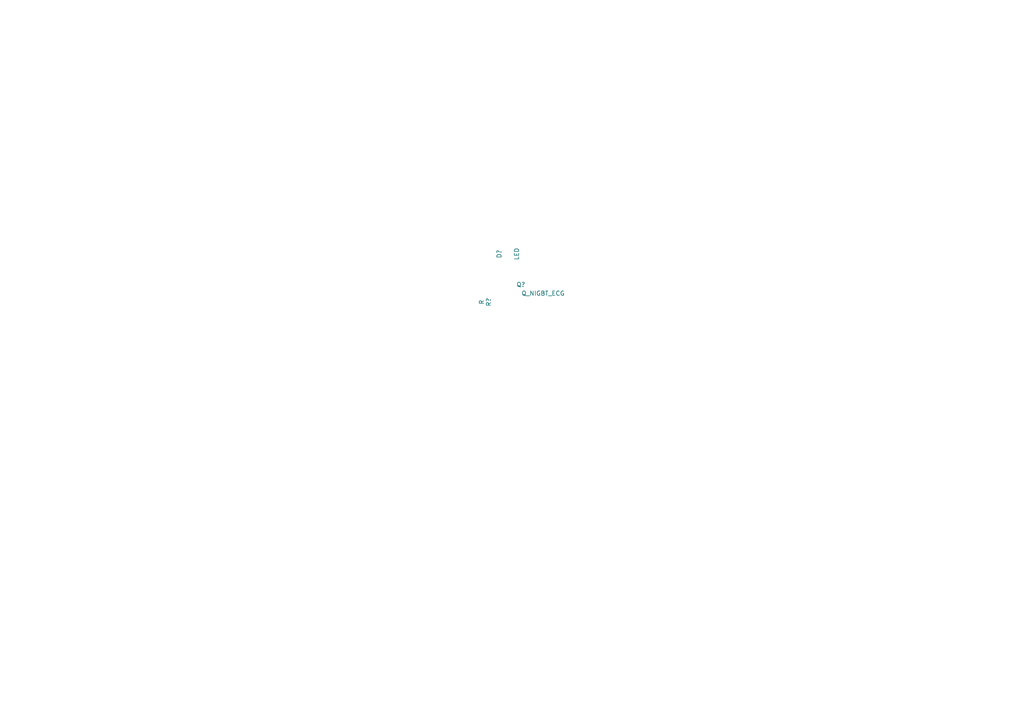
<source format=kicad_sch>
(kicad_sch (version 20230121) (generator eeschema)
  (paper "A4")
  (lib_symbols)
  (symbol (lib_id "R") (at 139.7 87.63 0) (unit 1)
    (property "Reference" "R?" (at 141.732 87.63 90))
    (property "Value" "R" (at 139.7 87.63 90))
  )
  (symbol (lib_id "Q_NIGBT_ECG") (at 144.78 83.82 0) (unit 1)
    (property "Reference" "Q?" (at 152.4 82.55 0) (effects (justify right)))
    (property "Value" "Q_NIGBT_ECG" (at 163.83 85.09 0) (effects (justify right)))
  )
  (symbol (lib_id "LED") (at 147.32 73.66 90) (unit 1)
    (property "Reference" "D?" (at 144.78 73.66 0))
    (property "Value" "LED" (at 149.86 73.66 0))
  )
)
</source>
